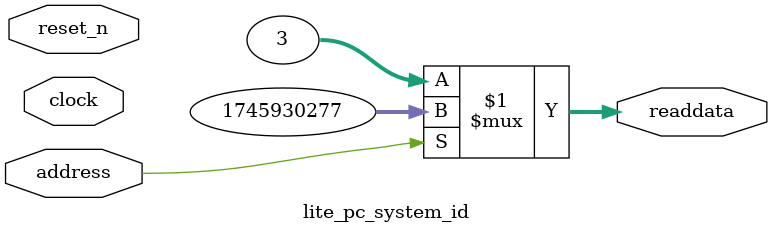
<source format=v>



// synthesis translate_off
`timescale 1ns / 1ps
// synthesis translate_on

// turn off superfluous verilog processor warnings 
// altera message_level Level1 
// altera message_off 10034 10035 10036 10037 10230 10240 10030 

module lite_pc_system_id (
               // inputs:
                address,
                clock,
                reset_n,

               // outputs:
                readdata
             )
;

  output  [ 31: 0] readdata;
  input            address;
  input            clock;
  input            reset_n;

  wire    [ 31: 0] readdata;
  //control_slave, which is an e_avalon_slave
  assign readdata = address ? 1745930277 : 3;

endmodule



</source>
